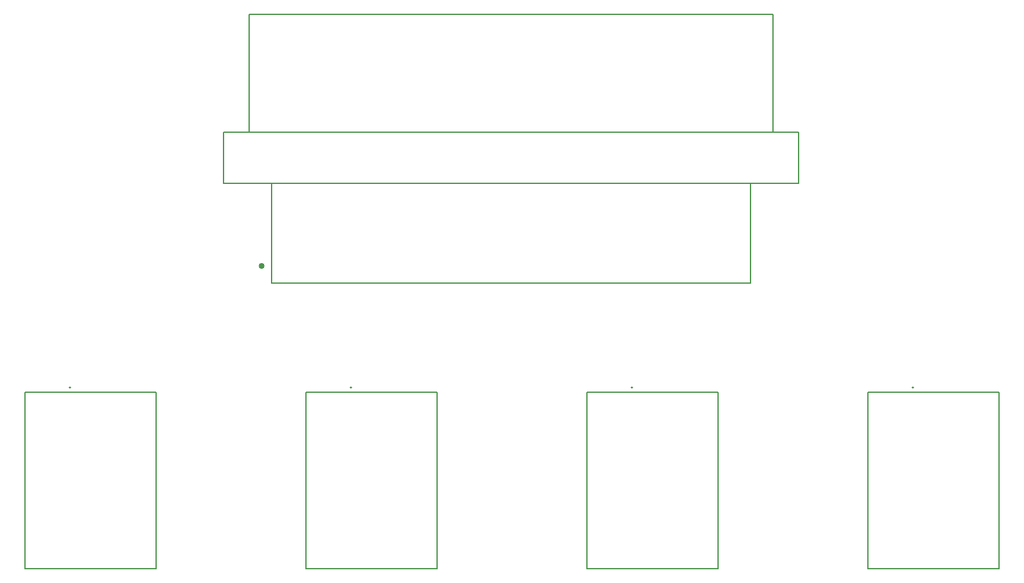
<source format=gbr>
G04*
G04 #@! TF.GenerationSoftware,Altium Limited,Altium Designer,23.0.1 (38)*
G04*
G04 Layer_Color=16711935*
%FSLAX25Y25*%
%MOIN*%
G70*
G04*
G04 #@! TF.SameCoordinates,88CA1221-A5B3-45BB-8031-3B943D831941*
G04*
G04*
G04 #@! TF.FilePolarity,Positive*
G04*
G01*
G75*
%ADD10C,0.00787*%
%ADD11C,0.00500*%
%ADD31C,0.01575*%
D10*
X40394Y147760D02*
G03*
X40394Y147760I-394J0D01*
G01*
X490394D02*
G03*
X490394Y147760I-394J0D01*
G01*
X190394D02*
G03*
X190394Y147760I-394J0D01*
G01*
X340394D02*
G03*
X340394Y147760I-394J0D01*
G01*
D11*
X147638Y203661D02*
Y256811D01*
Y203661D02*
X403543D01*
Y256811D01*
X415354Y284370D02*
Y347362D01*
X135827D02*
X415354D01*
X135827Y284370D02*
Y347362D01*
X122047Y284370D02*
X135827D01*
X415354D01*
X429134D01*
Y256811D02*
Y284370D01*
X403543Y256811D02*
X429134D01*
X147638D02*
X403543D01*
X122047D02*
X147638D01*
X122047D02*
Y284370D01*
X86063Y50898D02*
Y145201D01*
Y50898D02*
Y145201D01*
X15984D02*
X86063D01*
X15984Y50898D02*
Y145201D01*
Y50898D02*
X86063D01*
X465984D02*
X536063D01*
X465984D02*
Y145201D01*
X536063D01*
Y50898D02*
Y145201D01*
Y50898D02*
Y145201D01*
X236063Y50898D02*
Y145201D01*
Y50898D02*
Y145201D01*
X165984D02*
X236063D01*
X165984Y50898D02*
Y145201D01*
Y50898D02*
X236063D01*
X315984D02*
X386063D01*
X315984D02*
Y145201D01*
X386063D01*
Y50898D02*
Y145201D01*
Y50898D02*
Y145201D01*
D31*
X143177Y212717D02*
G03*
X143177Y212717I-787J0D01*
G01*
M02*

</source>
